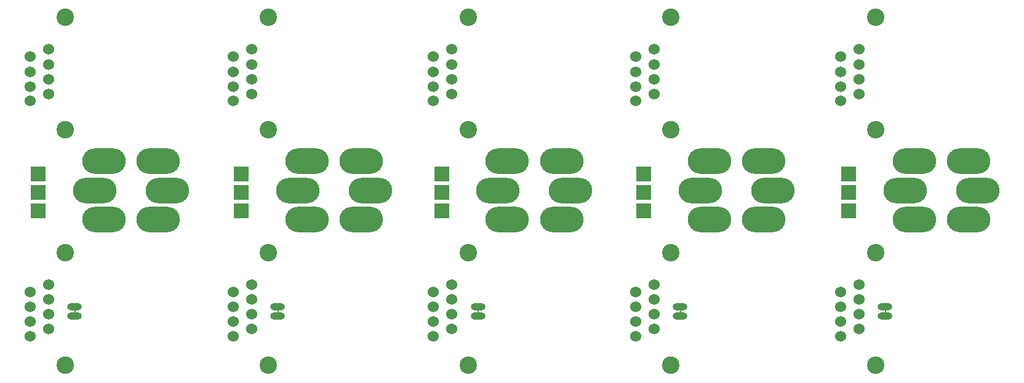
<source format=gbr>
%FSLAX23Y23*%
%MOIN*%
%ADD16O,0.07874X0.03937*%
%ADD13O,0.23622X0.13780*%
%ADD17R,0.01000X0.02000*%
%ADD14R,0.08000X0.08000*%
%ADD11C,0.06000*%
%ADD12C,0.09449*%
X000Y000D02*
D02*
D11*
X088Y368D03*
Y1643D03*
X088Y209D03*
Y1484D03*
X088Y449D03*
Y1724D03*
X088Y288D03*
Y1563D03*
X188Y328D03*
Y1603D03*
X188Y489D03*
Y1764D03*
X188Y408D03*
Y1683D03*
X188Y248D03*
Y1523D03*
X1188Y368D03*
Y1643D03*
X1188Y209D03*
Y1484D03*
X1188Y449D03*
Y1724D03*
X1188Y288D03*
Y1563D03*
X1288Y328D03*
Y1603D03*
X1288Y489D03*
Y1764D03*
X1288Y408D03*
Y1683D03*
X1288Y248D03*
Y1523D03*
X2273Y368D03*
Y1643D03*
X2273Y209D03*
Y1484D03*
X2273Y449D03*
Y1724D03*
X2273Y288D03*
Y1563D03*
X2373Y328D03*
Y1603D03*
X2373Y489D03*
Y1764D03*
X2373Y408D03*
Y1683D03*
X2373Y248D03*
Y1523D03*
X3368Y368D03*
Y1643D03*
X3368Y209D03*
Y1484D03*
X3368Y449D03*
Y1724D03*
X3368Y288D03*
Y1563D03*
X3468Y328D03*
Y1603D03*
X3468Y489D03*
Y1764D03*
X3468Y408D03*
Y1683D03*
X3468Y248D03*
Y1523D03*
X4478Y368D03*
Y1643D03*
X4478Y209D03*
Y1484D03*
X4478Y449D03*
Y1724D03*
X4478Y288D03*
Y1563D03*
X4578Y328D03*
Y1603D03*
X4578Y489D03*
Y1764D03*
X4578Y408D03*
Y1683D03*
X4578Y248D03*
Y1523D03*
D02*
D12*
X279Y052D03*
Y662D03*
Y1327D03*
Y1937D03*
X1379Y052D03*
Y662D03*
Y1327D03*
Y1937D03*
X2464Y052D03*
Y662D03*
Y1327D03*
Y1937D03*
X3559Y052D03*
Y662D03*
Y1327D03*
Y1937D03*
X4669Y052D03*
Y662D03*
Y1327D03*
Y1937D03*
D02*
D13*
X438Y997D03*
X488Y1157D03*
X488Y842D03*
X783Y842D03*
Y1157D03*
X832Y998D03*
X1538Y997D03*
X1588Y1157D03*
X1588Y842D03*
X1883Y842D03*
Y1157D03*
X1932Y998D03*
X2623Y997D03*
X2673Y1157D03*
X2673Y842D03*
X2968Y842D03*
Y1157D03*
X3017Y998D03*
X3718Y997D03*
X3768Y1157D03*
X3768Y842D03*
X4063Y842D03*
Y1157D03*
X4112Y998D03*
X4828Y997D03*
X4878Y1157D03*
X4878Y842D03*
X5173Y842D03*
Y1157D03*
X5222Y998D03*
D02*
D14*
X133Y887D03*
Y988D03*
Y1087D03*
X1233Y887D03*
Y988D03*
Y1087D03*
X2318Y887D03*
Y988D03*
Y1087D03*
X3413Y887D03*
Y988D03*
Y1087D03*
X4523Y887D03*
Y988D03*
Y1087D03*
D02*
D16*
X330Y320D03*
Y370D03*
X1430Y320D03*
Y370D03*
X2515Y320D03*
Y370D03*
X3610Y320D03*
Y370D03*
X4720Y320D03*
Y370D03*
D02*
D17*
X331Y345D03*
X1431D03*
X2516D03*
X3611D03*
X4721D03*
X000Y000D02*
M02*

</source>
